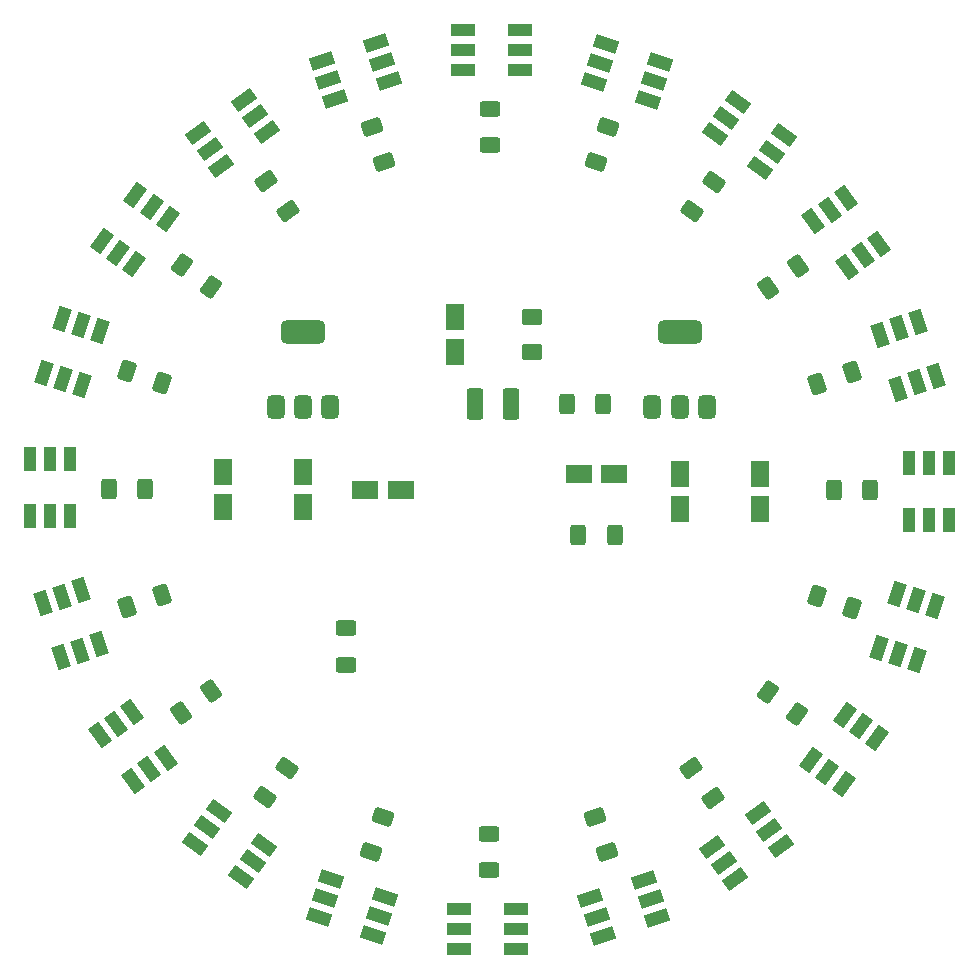
<source format=gbr>
%TF.GenerationSoftware,KiCad,Pcbnew,8.0.4*%
%TF.CreationDate,2024-07-24T16:54:55-04:00*%
%TF.ProjectId,esp32-wroom-table-lights,65737033-322d-4777-926f-6f6d2d746162,rev?*%
%TF.SameCoordinates,Original*%
%TF.FileFunction,Paste,Top*%
%TF.FilePolarity,Positive*%
%FSLAX46Y46*%
G04 Gerber Fmt 4.6, Leading zero omitted, Abs format (unit mm)*
G04 Created by KiCad (PCBNEW 8.0.4) date 2024-07-24 16:54:55*
%MOMM*%
%LPD*%
G01*
G04 APERTURE LIST*
G04 Aperture macros list*
%AMRoundRect*
0 Rectangle with rounded corners*
0 $1 Rounding radius*
0 $2 $3 $4 $5 $6 $7 $8 $9 X,Y pos of 4 corners*
0 Add a 4 corners polygon primitive as box body*
4,1,4,$2,$3,$4,$5,$6,$7,$8,$9,$2,$3,0*
0 Add four circle primitives for the rounded corners*
1,1,$1+$1,$2,$3*
1,1,$1+$1,$4,$5*
1,1,$1+$1,$6,$7*
1,1,$1+$1,$8,$9*
0 Add four rect primitives between the rounded corners*
20,1,$1+$1,$2,$3,$4,$5,0*
20,1,$1+$1,$4,$5,$6,$7,0*
20,1,$1+$1,$6,$7,$8,$9,0*
20,1,$1+$1,$8,$9,$2,$3,0*%
%AMRotRect*
0 Rectangle, with rotation*
0 The origin of the aperture is its center*
0 $1 length*
0 $2 width*
0 $3 Rotation angle, in degrees counterclockwise*
0 Add horizontal line*
21,1,$1,$2,0,0,$3*%
G04 Aperture macros list end*
%ADD10RoundRect,0.250000X0.400000X0.625000X-0.400000X0.625000X-0.400000X-0.625000X0.400000X-0.625000X0*%
%ADD11RoundRect,0.250000X-0.400000X-0.625000X0.400000X-0.625000X0.400000X0.625000X-0.400000X0.625000X0*%
%ADD12RotRect,1.100000X2.000000X72.000000*%
%ADD13RotRect,1.100000X2.000000X288.000000*%
%ADD14RoundRect,0.250000X0.270522X-0.690973X0.740750X-0.043759X-0.270522X0.690973X-0.740750X0.043759X0*%
%ADD15RoundRect,0.250000X-0.573558X-0.470804X0.187287X-0.718017X0.573558X0.470804X-0.187287X0.718017X0*%
%ADD16RoundRect,0.250000X0.740750X0.043759X0.270522X0.690973X-0.740750X-0.043759X-0.270522X-0.690973X0*%
%ADD17RotRect,1.100000X2.000000X324.000000*%
%ADD18RotRect,1.100000X2.000000X234.000000*%
%ADD19RoundRect,0.250000X-0.470804X0.573558X-0.718017X-0.187287X0.470804X-0.573558X0.718017X0.187287X0*%
%ADD20R,1.600000X2.200000*%
%ADD21R,2.200000X1.600000*%
%ADD22RoundRect,0.250000X-0.718017X0.187287X-0.470804X-0.573558X0.718017X-0.187287X0.470804X0.573558X0*%
%ADD23RotRect,1.100000X2.000000X54.000000*%
%ADD24RoundRect,0.250000X0.573558X0.470804X-0.187287X0.718017X-0.573558X-0.470804X0.187287X-0.718017X0*%
%ADD25RoundRect,0.250000X0.625000X-0.400000X0.625000X0.400000X-0.625000X0.400000X-0.625000X-0.400000X0*%
%ADD26RotRect,1.100000X2.000000X216.000000*%
%ADD27RotRect,1.100000X2.000000X36.000000*%
%ADD28RoundRect,0.250000X0.470804X-0.573558X0.718017X0.187287X-0.470804X0.573558X-0.718017X-0.187287X0*%
%ADD29RotRect,1.100000X2.000000X342.000000*%
%ADD30RoundRect,0.500000X1.400000X-0.500000X1.400000X0.500000X-1.400000X0.500000X-1.400000X-0.500000X0*%
%ADD31RoundRect,0.375000X0.375000X-0.625000X0.375000X0.625000X-0.375000X0.625000X-0.375000X-0.625000X0*%
%ADD32RoundRect,0.250000X0.187287X0.718017X-0.573558X0.470804X-0.187287X-0.718017X0.573558X-0.470804X0*%
%ADD33RoundRect,0.250000X0.690973X0.270522X0.043759X0.740750X-0.690973X-0.270522X-0.043759X-0.740750X0*%
%ADD34RoundRect,0.250000X-0.690973X-0.270522X-0.043759X-0.740750X0.690973X0.270522X0.043759X0.740750X0*%
%ADD35RotRect,1.100000X2.000000X252.000000*%
%ADD36RotRect,1.100000X2.000000X144.000000*%
%ADD37RotRect,1.100000X2.000000X162.000000*%
%ADD38RoundRect,0.250000X0.043759X-0.740750X0.690973X-0.270522X-0.043759X0.740750X-0.690973X0.270522X0*%
%ADD39RoundRect,0.250001X0.462499X1.074999X-0.462499X1.074999X-0.462499X-1.074999X0.462499X-1.074999X0*%
%ADD40RoundRect,0.250001X0.624999X-0.462499X0.624999X0.462499X-0.624999X0.462499X-0.624999X-0.462499X0*%
%ADD41R,1.100000X2.000000*%
%ADD42RoundRect,0.250000X-0.625000X0.400000X-0.625000X-0.400000X0.625000X-0.400000X0.625000X0.400000X0*%
%ADD43RotRect,1.100000X2.000000X108.000000*%
%ADD44RoundRect,0.250000X-0.187287X-0.718017X0.573558X-0.470804X0.187287X0.718017X-0.573558X0.470804X0*%
%ADD45RotRect,1.100000X2.000000X18.000000*%
%ADD46R,2.000000X1.100000*%
%ADD47RotRect,1.100000X2.000000X198.000000*%
%ADD48RoundRect,0.250000X0.718017X-0.187287X0.470804X0.573558X-0.718017X0.187287X-0.470804X-0.573558X0*%
%ADD49RotRect,1.100000X2.000000X126.000000*%
%ADD50RoundRect,0.250000X-0.270522X0.690973X-0.740750X0.043759X0.270522X-0.690973X0.740750X-0.043759X0*%
%ADD51RoundRect,0.250000X-0.740750X-0.043759X-0.270522X-0.690973X0.740750X0.043759X0.270522X0.690973X0*%
%ADD52RotRect,1.100000X2.000000X306.000000*%
%ADD53RoundRect,0.250000X-0.043759X0.740750X-0.690973X0.270522X0.043759X-0.740750X0.690973X-0.270522X0*%
G04 APERTURE END LIST*
D10*
%TO.C,R3*%
X229150000Y-99750000D03*
X232250000Y-99750000D03*
%TD*%
D11*
%TO.C,R3*%
X170850000Y-99650000D03*
X167750000Y-99650000D03*
%TD*%
D12*
%TO.C,D5*%
X214452136Y-63472874D03*
X213926807Y-65089670D03*
X213401478Y-66706466D03*
X208836406Y-65223184D03*
X209361735Y-63606388D03*
X209887064Y-61989592D03*
%TD*%
D13*
%TO.C,D5*%
X209601747Y-137503113D03*
X209076418Y-135886317D03*
X208551089Y-134269521D03*
X213116161Y-132786239D03*
X213641490Y-134403035D03*
X214166819Y-136019831D03*
%TD*%
D14*
%TO.C,R3*%
X182825609Y-123253456D03*
X181003475Y-125761408D03*
%TD*%
D15*
%TO.C,R3*%
X172292154Y-90644601D03*
X169343878Y-89686649D03*
%TD*%
D16*
%TO.C,R3*%
X217093489Y-123312235D03*
X218915623Y-125820187D03*
%TD*%
D17*
%TO.C,D5*%
X229988089Y-124639596D03*
X228612760Y-123640361D03*
X227237432Y-122641126D03*
X230058801Y-118757844D03*
X231434130Y-119757079D03*
X232809458Y-120756314D03*
%TD*%
D18*
%TO.C,D5*%
X175060404Y-129688089D03*
X176059639Y-128312760D03*
X177058874Y-126937432D03*
X180942156Y-129758801D03*
X179942921Y-131134130D03*
X178943686Y-132509458D03*
%TD*%
D19*
%TO.C,R3*%
X209055399Y-71992154D03*
X210013351Y-69043878D03*
%TD*%
D20*
%TO.C,C8*%
X197100000Y-85100000D03*
X197100000Y-88100000D03*
%TD*%
D21*
%TO.C,C10*%
X192500000Y-99700000D03*
X189500000Y-99700000D03*
%TD*%
D22*
%TO.C,R3*%
X191039707Y-71961252D03*
X190081755Y-69012976D03*
%TD*%
D23*
%TO.C,D5*%
X224939596Y-69711911D03*
X223940361Y-71087240D03*
X222941126Y-72462568D03*
X219057844Y-69641199D03*
X220057079Y-68265870D03*
X221056314Y-66890542D03*
%TD*%
D24*
%TO.C,R3*%
X227707846Y-108755399D03*
X230656122Y-109713351D03*
%TD*%
D20*
%TO.C,C11*%
X222900000Y-101350000D03*
X222900000Y-98350000D03*
%TD*%
D25*
%TO.C,R3*%
X199950000Y-128850000D03*
X199950000Y-131950000D03*
%TD*%
D26*
%TO.C,D5*%
X167014207Y-120513609D03*
X168389535Y-119514374D03*
X169764864Y-118515139D03*
X172586233Y-122398421D03*
X171210905Y-123397656D03*
X169835576Y-124396891D03*
%TD*%
D27*
%TO.C,D5*%
X232985793Y-78886391D03*
X231610465Y-79885626D03*
X230235136Y-80884861D03*
X227413767Y-77001579D03*
X228789095Y-76002344D03*
X230164424Y-75003109D03*
%TD*%
D28*
%TO.C,R3*%
X190944601Y-127407846D03*
X189986649Y-130356122D03*
%TD*%
D29*
%TO.C,D5*%
X236227126Y-114152136D03*
X234610330Y-113626807D03*
X232993534Y-113101478D03*
X234476816Y-108536406D03*
X236093612Y-109061735D03*
X237710408Y-109587064D03*
%TD*%
D30*
%TO.C,U5*%
X216100000Y-86400000D03*
D31*
X218400000Y-92700000D03*
X216100000Y-92700000D03*
X213800000Y-92700000D03*
%TD*%
D32*
%TO.C,R3*%
X227738748Y-90739707D03*
X230687024Y-89781755D03*
%TD*%
D33*
%TO.C,R3*%
X223553456Y-116874391D03*
X226061408Y-118696525D03*
%TD*%
D34*
%TO.C,R3*%
X176446544Y-82525609D03*
X173938592Y-80703475D03*
%TD*%
D35*
%TO.C,D5*%
X185547864Y-135927126D03*
X186073193Y-134310330D03*
X186598522Y-132693534D03*
X191163594Y-134176816D03*
X190638265Y-135793612D03*
X190112936Y-137410408D03*
%TD*%
D36*
%TO.C,D5*%
X170011911Y-74760404D03*
X171387240Y-75759639D03*
X172762568Y-76758874D03*
X169941199Y-80642156D03*
X168565870Y-79642921D03*
X167190542Y-78643686D03*
%TD*%
D37*
%TO.C,D5*%
X163772874Y-85247864D03*
X165389670Y-85773193D03*
X167006466Y-86298522D03*
X165523184Y-90863594D03*
X163906388Y-90338265D03*
X162289592Y-89812936D03*
%TD*%
D10*
%TO.C,R8*%
X207525000Y-103550000D03*
X210625000Y-103550000D03*
%TD*%
D38*
%TO.C,R3*%
X176387765Y-116793489D03*
X173879813Y-118615623D03*
%TD*%
D20*
%TO.C,C14*%
X184212500Y-101200000D03*
X184212500Y-98200000D03*
%TD*%
D39*
%TO.C,D6*%
X198812500Y-92500000D03*
X201787500Y-92500000D03*
%TD*%
D40*
%TO.C,D7*%
X203600000Y-85112500D03*
X203600000Y-88087500D03*
%TD*%
D20*
%TO.C,C9*%
X216100000Y-101350000D03*
X216100000Y-98350000D03*
%TD*%
D25*
%TO.C,R6*%
X187875000Y-111425000D03*
X187875000Y-114525000D03*
%TD*%
D21*
%TO.C,C13*%
X207550000Y-98375000D03*
X210550000Y-98375000D03*
%TD*%
D41*
%TO.C,D5*%
X161080000Y-97150000D03*
X162780000Y-97150000D03*
X164480000Y-97150000D03*
X164480000Y-101950000D03*
X162780000Y-101950000D03*
X161080000Y-101950000D03*
%TD*%
D42*
%TO.C,R3*%
X200050000Y-70550000D03*
X200050000Y-67450000D03*
%TD*%
D41*
%TO.C,D5*%
X238920000Y-102250000D03*
X237220000Y-102250000D03*
X235520000Y-102250000D03*
X235520000Y-97450000D03*
X237220000Y-97450000D03*
X238920000Y-97450000D03*
%TD*%
D43*
%TO.C,D5*%
X190398253Y-61896887D03*
X190923582Y-63513683D03*
X191448911Y-65130479D03*
X186883839Y-66613761D03*
X186358510Y-64996965D03*
X185833181Y-63380169D03*
%TD*%
D44*
%TO.C,R3*%
X172261252Y-108660293D03*
X169312976Y-109618245D03*
%TD*%
D45*
%TO.C,D5*%
X237803113Y-90098253D03*
X236186317Y-90623582D03*
X234569521Y-91148911D03*
X233086239Y-86583839D03*
X234703035Y-86058510D03*
X236319831Y-85533181D03*
%TD*%
D46*
%TO.C,D5*%
X197450000Y-138620000D03*
X197450000Y-136920000D03*
X197450000Y-135220000D03*
X202250000Y-135220000D03*
X202250000Y-136920000D03*
X202250000Y-138620000D03*
%TD*%
D20*
%TO.C,C12*%
X177425000Y-101200000D03*
X177425000Y-98200000D03*
%TD*%
D47*
%TO.C,D5*%
X162196887Y-109301747D03*
X163813683Y-108776418D03*
X165430479Y-108251089D03*
X166913761Y-112816161D03*
X165296965Y-113341490D03*
X163680169Y-113866819D03*
%TD*%
D30*
%TO.C,U6*%
X184200000Y-86400000D03*
D31*
X186500000Y-92700000D03*
X184200000Y-92700000D03*
X181900000Y-92700000D03*
%TD*%
D48*
%TO.C,R3*%
X208960293Y-127438748D03*
X209918245Y-130387024D03*
%TD*%
D49*
%TO.C,D5*%
X179186391Y-66714207D03*
X180185626Y-68089535D03*
X181184861Y-69464864D03*
X177301579Y-72286233D03*
X176302344Y-70910905D03*
X175303109Y-69535576D03*
%TD*%
D10*
%TO.C,R5*%
X206550000Y-92500000D03*
X209650000Y-92500000D03*
%TD*%
D50*
%TO.C,R3*%
X217174391Y-76146544D03*
X218996525Y-73638592D03*
%TD*%
D51*
%TO.C,R3*%
X182906511Y-76087765D03*
X181084377Y-73579813D03*
%TD*%
D46*
%TO.C,D5*%
X202550000Y-60780000D03*
X202550000Y-62480000D03*
X202550000Y-64180000D03*
X197750000Y-64180000D03*
X197750000Y-62480000D03*
X197750000Y-60780000D03*
%TD*%
D52*
%TO.C,D5*%
X220813609Y-132685793D03*
X219814374Y-131310465D03*
X218815139Y-129935136D03*
X222698421Y-127113767D03*
X223697656Y-128489095D03*
X224696891Y-129864424D03*
%TD*%
D53*
%TO.C,R3*%
X223612235Y-82606511D03*
X226120187Y-80784377D03*
%TD*%
M02*

</source>
